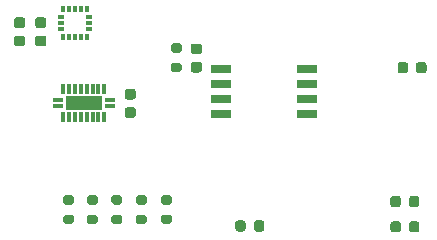
<source format=gbp>
%TF.GenerationSoftware,KiCad,Pcbnew,(5.1.10)-1*%
%TF.CreationDate,2021-11-25T10:21:51+01:00*%
%TF.ProjectId,EXTENSION_BOARD,45585445-4e53-4494-9f4e-5f424f415244,rev?*%
%TF.SameCoordinates,Original*%
%TF.FileFunction,Paste,Bot*%
%TF.FilePolarity,Positive*%
%FSLAX46Y46*%
G04 Gerber Fmt 4.6, Leading zero omitted, Abs format (unit mm)*
G04 Created by KiCad (PCBNEW (5.1.10)-1) date 2021-11-25 10:21:51*
%MOMM*%
%LPD*%
G01*
G04 APERTURE LIST*
%ADD10R,1.700000X0.650000*%
%ADD11R,0.850000X0.300000*%
%ADD12R,0.300000X0.850000*%
%ADD13R,3.150000X1.150000*%
%ADD14R,0.300000X0.600000*%
%ADD15R,0.600000X0.300000*%
G04 APERTURE END LIST*
%TO.C,C2*%
G36*
G01*
X131953420Y-88667780D02*
X131953420Y-89167780D01*
G75*
G02*
X131728420Y-89392780I-225000J0D01*
G01*
X131278420Y-89392780D01*
G75*
G02*
X131053420Y-89167780I0J225000D01*
G01*
X131053420Y-88667780D01*
G75*
G02*
X131278420Y-88442780I225000J0D01*
G01*
X131728420Y-88442780D01*
G75*
G02*
X131953420Y-88667780I0J-225000D01*
G01*
G37*
G36*
G01*
X130403420Y-88667780D02*
X130403420Y-89167780D01*
G75*
G02*
X130178420Y-89392780I-225000J0D01*
G01*
X129728420Y-89392780D01*
G75*
G02*
X129503420Y-89167780I0J225000D01*
G01*
X129503420Y-88667780D01*
G75*
G02*
X129728420Y-88442780I225000J0D01*
G01*
X130178420Y-88442780D01*
G75*
G02*
X130403420Y-88667780I0J-225000D01*
G01*
G37*
%TD*%
%TO.C,C1*%
G36*
G01*
X112718660Y-89322060D02*
X112218660Y-89322060D01*
G75*
G02*
X111993660Y-89097060I0J225000D01*
G01*
X111993660Y-88647060D01*
G75*
G02*
X112218660Y-88422060I225000J0D01*
G01*
X112718660Y-88422060D01*
G75*
G02*
X112943660Y-88647060I0J-225000D01*
G01*
X112943660Y-89097060D01*
G75*
G02*
X112718660Y-89322060I-225000J0D01*
G01*
G37*
G36*
G01*
X112718660Y-87772060D02*
X112218660Y-87772060D01*
G75*
G02*
X111993660Y-87547060I0J225000D01*
G01*
X111993660Y-87097060D01*
G75*
G02*
X112218660Y-86872060I225000J0D01*
G01*
X112718660Y-86872060D01*
G75*
G02*
X112943660Y-87097060I0J-225000D01*
G01*
X112943660Y-87547060D01*
G75*
G02*
X112718660Y-87772060I-225000J0D01*
G01*
G37*
%TD*%
%TO.C,R7*%
G36*
G01*
X101370720Y-101359020D02*
X101920720Y-101359020D01*
G75*
G02*
X102120720Y-101559020I0J-200000D01*
G01*
X102120720Y-101959020D01*
G75*
G02*
X101920720Y-102159020I-200000J0D01*
G01*
X101370720Y-102159020D01*
G75*
G02*
X101170720Y-101959020I0J200000D01*
G01*
X101170720Y-101559020D01*
G75*
G02*
X101370720Y-101359020I200000J0D01*
G01*
G37*
G36*
G01*
X101370720Y-99709020D02*
X101920720Y-99709020D01*
G75*
G02*
X102120720Y-99909020I0J-200000D01*
G01*
X102120720Y-100309020D01*
G75*
G02*
X101920720Y-100509020I-200000J0D01*
G01*
X101370720Y-100509020D01*
G75*
G02*
X101170720Y-100309020I0J200000D01*
G01*
X101170720Y-99909020D01*
G75*
G02*
X101370720Y-99709020I200000J0D01*
G01*
G37*
%TD*%
%TO.C,R8*%
G36*
G01*
X103382400Y-99704940D02*
X103932400Y-99704940D01*
G75*
G02*
X104132400Y-99904940I0J-200000D01*
G01*
X104132400Y-100304940D01*
G75*
G02*
X103932400Y-100504940I-200000J0D01*
G01*
X103382400Y-100504940D01*
G75*
G02*
X103182400Y-100304940I0J200000D01*
G01*
X103182400Y-99904940D01*
G75*
G02*
X103382400Y-99704940I200000J0D01*
G01*
G37*
G36*
G01*
X103382400Y-101354940D02*
X103932400Y-101354940D01*
G75*
G02*
X104132400Y-101554940I0J-200000D01*
G01*
X104132400Y-101954940D01*
G75*
G02*
X103932400Y-102154940I-200000J0D01*
G01*
X103382400Y-102154940D01*
G75*
G02*
X103182400Y-101954940I0J200000D01*
G01*
X103182400Y-101554940D01*
G75*
G02*
X103382400Y-101354940I200000J0D01*
G01*
G37*
%TD*%
%TO.C,R9*%
G36*
G01*
X105462660Y-101354940D02*
X106012660Y-101354940D01*
G75*
G02*
X106212660Y-101554940I0J-200000D01*
G01*
X106212660Y-101954940D01*
G75*
G02*
X106012660Y-102154940I-200000J0D01*
G01*
X105462660Y-102154940D01*
G75*
G02*
X105262660Y-101954940I0J200000D01*
G01*
X105262660Y-101554940D01*
G75*
G02*
X105462660Y-101354940I200000J0D01*
G01*
G37*
G36*
G01*
X105462660Y-99704940D02*
X106012660Y-99704940D01*
G75*
G02*
X106212660Y-99904940I0J-200000D01*
G01*
X106212660Y-100304940D01*
G75*
G02*
X106012660Y-100504940I-200000J0D01*
G01*
X105462660Y-100504940D01*
G75*
G02*
X105262660Y-100304940I0J200000D01*
G01*
X105262660Y-99904940D01*
G75*
G02*
X105462660Y-99704940I200000J0D01*
G01*
G37*
%TD*%
%TO.C,R10*%
G36*
G01*
X107525140Y-99716640D02*
X108075140Y-99716640D01*
G75*
G02*
X108275140Y-99916640I0J-200000D01*
G01*
X108275140Y-100316640D01*
G75*
G02*
X108075140Y-100516640I-200000J0D01*
G01*
X107525140Y-100516640D01*
G75*
G02*
X107325140Y-100316640I0J200000D01*
G01*
X107325140Y-99916640D01*
G75*
G02*
X107525140Y-99716640I200000J0D01*
G01*
G37*
G36*
G01*
X107525140Y-101366640D02*
X108075140Y-101366640D01*
G75*
G02*
X108275140Y-101566640I0J-200000D01*
G01*
X108275140Y-101966640D01*
G75*
G02*
X108075140Y-102166640I-200000J0D01*
G01*
X107525140Y-102166640D01*
G75*
G02*
X107325140Y-101966640I0J200000D01*
G01*
X107325140Y-101566640D01*
G75*
G02*
X107525140Y-101366640I200000J0D01*
G01*
G37*
%TD*%
%TO.C,R11*%
G36*
G01*
X109666360Y-99709020D02*
X110216360Y-99709020D01*
G75*
G02*
X110416360Y-99909020I0J-200000D01*
G01*
X110416360Y-100309020D01*
G75*
G02*
X110216360Y-100509020I-200000J0D01*
G01*
X109666360Y-100509020D01*
G75*
G02*
X109466360Y-100309020I0J200000D01*
G01*
X109466360Y-99909020D01*
G75*
G02*
X109666360Y-99709020I200000J0D01*
G01*
G37*
G36*
G01*
X109666360Y-101359020D02*
X110216360Y-101359020D01*
G75*
G02*
X110416360Y-101559020I0J-200000D01*
G01*
X110416360Y-101959020D01*
G75*
G02*
X110216360Y-102159020I-200000J0D01*
G01*
X109666360Y-102159020D01*
G75*
G02*
X109466360Y-101959020I0J200000D01*
G01*
X109466360Y-101559020D01*
G75*
G02*
X109666360Y-101359020I200000J0D01*
G01*
G37*
%TD*%
%TO.C,R1*%
G36*
G01*
X110486780Y-88499000D02*
X111036780Y-88499000D01*
G75*
G02*
X111236780Y-88699000I0J-200000D01*
G01*
X111236780Y-89099000D01*
G75*
G02*
X111036780Y-89299000I-200000J0D01*
G01*
X110486780Y-89299000D01*
G75*
G02*
X110286780Y-89099000I0J200000D01*
G01*
X110286780Y-88699000D01*
G75*
G02*
X110486780Y-88499000I200000J0D01*
G01*
G37*
G36*
G01*
X110486780Y-86849000D02*
X111036780Y-86849000D01*
G75*
G02*
X111236780Y-87049000I0J-200000D01*
G01*
X111236780Y-87449000D01*
G75*
G02*
X111036780Y-87649000I-200000J0D01*
G01*
X110486780Y-87649000D01*
G75*
G02*
X110286780Y-87449000I0J200000D01*
G01*
X110286780Y-87049000D01*
G75*
G02*
X110486780Y-86849000I200000J0D01*
G01*
G37*
%TD*%
D10*
%TO.C,U1*%
X121810820Y-88988900D03*
X121810820Y-90258900D03*
X121810820Y-91528900D03*
X121810820Y-92798900D03*
X114510820Y-92798900D03*
X114510820Y-91528900D03*
X114510820Y-90258900D03*
X114510820Y-88988900D03*
%TD*%
D11*
%TO.C,IC1*%
X105123340Y-92172600D03*
D12*
X104673340Y-93122600D03*
X104173340Y-93122600D03*
X103673340Y-93122600D03*
X103173340Y-93122600D03*
X102673340Y-93122600D03*
X102173340Y-93122600D03*
X101673340Y-93122600D03*
X101173340Y-93122600D03*
D11*
X100723340Y-92172600D03*
X100723340Y-91672600D03*
D12*
X101173340Y-90722600D03*
X101673340Y-90722600D03*
X102173340Y-90722600D03*
X102673340Y-90722600D03*
X103173340Y-90722600D03*
X103673340Y-90722600D03*
X104173340Y-90722600D03*
X104673340Y-90722600D03*
D11*
X105123340Y-91672600D03*
D13*
X102923340Y-91922600D03*
%TD*%
D14*
%TO.C,AC1*%
X101184960Y-83914280D03*
X101684960Y-83914280D03*
X102184960Y-83914280D03*
X102684960Y-83914280D03*
X103184960Y-83914280D03*
D15*
X103384960Y-84614280D03*
X103384960Y-85114280D03*
X103384960Y-85614280D03*
D14*
X103184960Y-86314280D03*
X102684960Y-86314280D03*
X102184960Y-86314280D03*
X101684960Y-86314280D03*
X101184960Y-86314280D03*
D15*
X100984960Y-85614280D03*
X100984960Y-85114280D03*
X100984960Y-84614280D03*
%TD*%
%TO.C,C3*%
G36*
G01*
X97247900Y-86202700D02*
X97747900Y-86202700D01*
G75*
G02*
X97972900Y-86427700I0J-225000D01*
G01*
X97972900Y-86877700D01*
G75*
G02*
X97747900Y-87102700I-225000J0D01*
G01*
X97247900Y-87102700D01*
G75*
G02*
X97022900Y-86877700I0J225000D01*
G01*
X97022900Y-86427700D01*
G75*
G02*
X97247900Y-86202700I225000J0D01*
G01*
G37*
G36*
G01*
X97247900Y-84652700D02*
X97747900Y-84652700D01*
G75*
G02*
X97972900Y-84877700I0J-225000D01*
G01*
X97972900Y-85327700D01*
G75*
G02*
X97747900Y-85552700I-225000J0D01*
G01*
X97247900Y-85552700D01*
G75*
G02*
X97022900Y-85327700I0J225000D01*
G01*
X97022900Y-84877700D01*
G75*
G02*
X97247900Y-84652700I225000J0D01*
G01*
G37*
%TD*%
%TO.C,C4*%
G36*
G01*
X99036060Y-84652400D02*
X99536060Y-84652400D01*
G75*
G02*
X99761060Y-84877400I0J-225000D01*
G01*
X99761060Y-85327400D01*
G75*
G02*
X99536060Y-85552400I-225000J0D01*
G01*
X99036060Y-85552400D01*
G75*
G02*
X98811060Y-85327400I0J225000D01*
G01*
X98811060Y-84877400D01*
G75*
G02*
X99036060Y-84652400I225000J0D01*
G01*
G37*
G36*
G01*
X99036060Y-86202400D02*
X99536060Y-86202400D01*
G75*
G02*
X99761060Y-86427400I0J-225000D01*
G01*
X99761060Y-86877400D01*
G75*
G02*
X99536060Y-87102400I-225000J0D01*
G01*
X99036060Y-87102400D01*
G75*
G02*
X98811060Y-86877400I0J225000D01*
G01*
X98811060Y-86427400D01*
G75*
G02*
X99036060Y-86202400I225000J0D01*
G01*
G37*
%TD*%
%TO.C,C5*%
G36*
G01*
X107123040Y-93163140D02*
X106623040Y-93163140D01*
G75*
G02*
X106398040Y-92938140I0J225000D01*
G01*
X106398040Y-92488140D01*
G75*
G02*
X106623040Y-92263140I225000J0D01*
G01*
X107123040Y-92263140D01*
G75*
G02*
X107348040Y-92488140I0J-225000D01*
G01*
X107348040Y-92938140D01*
G75*
G02*
X107123040Y-93163140I-225000J0D01*
G01*
G37*
G36*
G01*
X107123040Y-91613140D02*
X106623040Y-91613140D01*
G75*
G02*
X106398040Y-91388140I0J225000D01*
G01*
X106398040Y-90938140D01*
G75*
G02*
X106623040Y-90713140I225000J0D01*
G01*
X107123040Y-90713140D01*
G75*
G02*
X107348040Y-90938140I0J-225000D01*
G01*
X107348040Y-91388140D01*
G75*
G02*
X107123040Y-91613140I-225000J0D01*
G01*
G37*
%TD*%
%TO.C,D8*%
G36*
G01*
X128901640Y-100502430D02*
X128901640Y-99989930D01*
G75*
G02*
X129120390Y-99771180I218750J0D01*
G01*
X129557890Y-99771180D01*
G75*
G02*
X129776640Y-99989930I0J-218750D01*
G01*
X129776640Y-100502430D01*
G75*
G02*
X129557890Y-100721180I-218750J0D01*
G01*
X129120390Y-100721180D01*
G75*
G02*
X128901640Y-100502430I0J218750D01*
G01*
G37*
G36*
G01*
X130476640Y-100502430D02*
X130476640Y-99989930D01*
G75*
G02*
X130695390Y-99771180I218750J0D01*
G01*
X131132890Y-99771180D01*
G75*
G02*
X131351640Y-99989930I0J-218750D01*
G01*
X131351640Y-100502430D01*
G75*
G02*
X131132890Y-100721180I-218750J0D01*
G01*
X130695390Y-100721180D01*
G75*
G02*
X130476640Y-100502430I0J218750D01*
G01*
G37*
%TD*%
%TO.C,D9*%
G36*
G01*
X130476640Y-102646190D02*
X130476640Y-102133690D01*
G75*
G02*
X130695390Y-101914940I218750J0D01*
G01*
X131132890Y-101914940D01*
G75*
G02*
X131351640Y-102133690I0J-218750D01*
G01*
X131351640Y-102646190D01*
G75*
G02*
X131132890Y-102864940I-218750J0D01*
G01*
X130695390Y-102864940D01*
G75*
G02*
X130476640Y-102646190I0J218750D01*
G01*
G37*
G36*
G01*
X128901640Y-102646190D02*
X128901640Y-102133690D01*
G75*
G02*
X129120390Y-101914940I218750J0D01*
G01*
X129557890Y-101914940D01*
G75*
G02*
X129776640Y-102133690I0J-218750D01*
G01*
X129776640Y-102646190D01*
G75*
G02*
X129557890Y-102864940I-218750J0D01*
G01*
X129120390Y-102864940D01*
G75*
G02*
X128901640Y-102646190I0J218750D01*
G01*
G37*
%TD*%
%TO.C,D10*%
G36*
G01*
X115764960Y-102567450D02*
X115764960Y-102054950D01*
G75*
G02*
X115983710Y-101836200I218750J0D01*
G01*
X116421210Y-101836200D01*
G75*
G02*
X116639960Y-102054950I0J-218750D01*
G01*
X116639960Y-102567450D01*
G75*
G02*
X116421210Y-102786200I-218750J0D01*
G01*
X115983710Y-102786200D01*
G75*
G02*
X115764960Y-102567450I0J218750D01*
G01*
G37*
G36*
G01*
X117339960Y-102567450D02*
X117339960Y-102054950D01*
G75*
G02*
X117558710Y-101836200I218750J0D01*
G01*
X117996210Y-101836200D01*
G75*
G02*
X118214960Y-102054950I0J-218750D01*
G01*
X118214960Y-102567450D01*
G75*
G02*
X117996210Y-102786200I-218750J0D01*
G01*
X117558710Y-102786200D01*
G75*
G02*
X117339960Y-102567450I0J218750D01*
G01*
G37*
%TD*%
M02*

</source>
